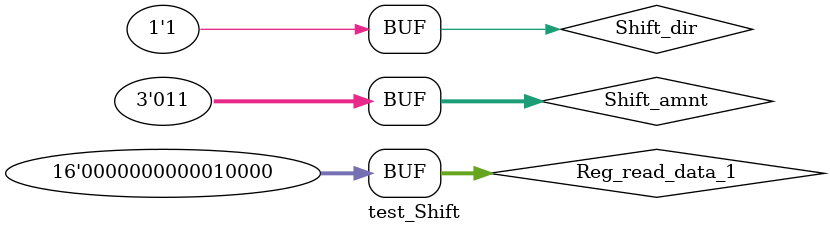
<source format=v>
`timescale 1ns / 1ps
module test_Shift;

parameter N=16;
reg Shift_dir;
reg [2:0] Shift_amnt;
reg [N-1:0] Reg_read_data_1;
wire [N-1:0] Shift_out;

Shift sft1(
    .Shift_dir(Shift_dir),
    .Shift_amnt(Shift_amnt),
    .Reg_read_data_1(Reg_read_data_1),
    .Shift_out(Shift_out)
);

initial 
begin
#0 Shift_dir=0;
#0 Shift_amnt=3;
#0 Reg_read_data_1=16;
#5 Shift_amnt=2;
#5 Shift_dir=1;
#5 Shift_amnt=3;
end
endmodule

</source>
